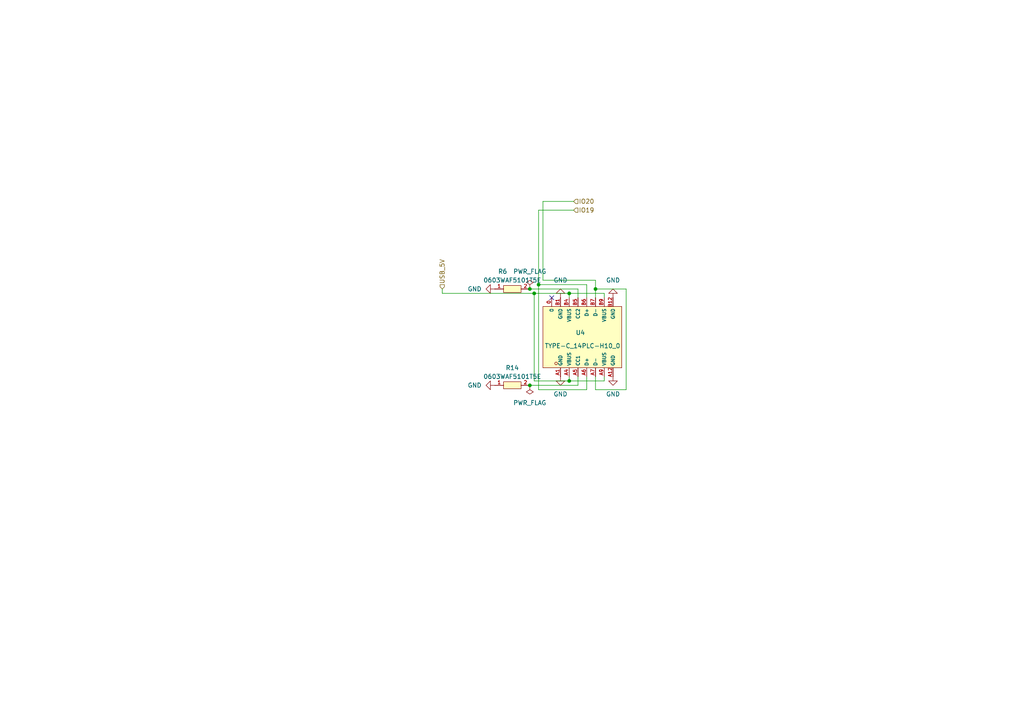
<source format=kicad_sch>
(kicad_sch (version 20231120) (generator "eeschema") (generator_version "8.0")
  (paper "A4")
  (lib_symbols
    (symbol "GND_1" (power) (pin_numbers hide) (pin_names (offset 0) hide)
      (property "Value" "GND" (at 0 -3.81 0))
      (symbol "GND_1_0_1"
        (polyline (pts (xy 0 0) (xy 0 -1.27) (xy 1.27 -1.27) (xy 0 -2.54) (xy -1.27 -1.27) (xy 0 -1.27)))
      )
      (symbol "GND_1_1_1"
        (pin power_in line (at 0 0 270) (length 0) (name "~") (number "1"))
      )
    )
    (symbol "polaris-sym:0603WAF5101T5E" (pin_names hide)
      (property "Reference" "R" (at 0 1.27 0))
      (property "Value" "0603WAF5101T5E" (at 0 -2.54 0))
      (symbol "0603WAF5101T5E_0_1"
        (rectangle (start -2.54 1.016) (end 2.54 -1.016) (fill (type background)))
        (pin input line (at -5.08 0 0) (length 2.54) (name "1") (number "1"))
        (pin input line (at 5.08 0 180) (length 2.54) (name "2") (number "2"))
      )
    )
    (symbol "polaris-sym:TYPE-C_14PLC-H10_0"
      (property "Reference" "U" (at 0 1.27 0))
      (property "Value" "TYPE-C_14PLC-H10_0" (at 0 -2.54 0))
      (symbol "TYPE-C_14PLC-H10_0_0_1"
        (rectangle (start -8.89 11.43) (end 8.89 -11.43) (fill (type background)))
        (circle (center -7.62 7.62) (radius 0.381) (fill (type background)))
        (pin unspecified line (at 11.43 8.89 180) (length 2.54) (name "0") (number "0"))
        (pin unspecified line (at -11.43 6.35 0) (length 2.54) (name "GND") (number "A1"))
        (pin unspecified line (at -11.43 -8.89 0) (length 2.54) (name "GND") (number "A12"))
        (pin unspecified line (at -11.43 3.81 0) (length 2.54) (name "VBUS") (number "A4"))
        (pin unspecified line (at -11.43 1.27 0) (length 2.54) (name "CC1") (number "A5"))
        (pin unspecified line (at -11.43 -1.27 0) (length 2.54) (name "D+") (number "A6"))
        (pin unspecified line (at -11.43 -3.81 0) (length 2.54) (name "D-") (number "A7"))
        (pin unspecified line (at -11.43 -6.35 0) (length 2.54) (name "VBUS") (number "A9"))
        (pin unspecified line (at 11.43 6.35 180) (length 2.54) (name "GND") (number "B1"))
        (pin unspecified line (at 11.43 -8.89 180) (length 2.54) (name "GND") (number "B12"))
        (pin unspecified line (at 11.43 3.81 180) (length 2.54) (name "VBUS") (number "B4"))
        (pin unspecified line (at 11.43 1.27 180) (length 2.54) (name "CC2") (number "B5"))
        (pin unspecified line (at 11.43 -1.27 180) (length 2.54) (name "D+") (number "B6"))
        (pin unspecified line (at 11.43 -3.81 180) (length 2.54) (name "D-") (number "B7"))
        (pin unspecified line (at 11.43 -6.35 180) (length 2.54) (name "VBUS") (number "B9"))
      )
    )
    (symbol "power:PWR_FLAG" (power) (pin_numbers hide) (pin_names (offset 0) hide)
      (property "Value" "PWR_FLAG" (at 0 3.81 0))
      (symbol "PWR_FLAG_0_0"
        (pin power_out line (at 0 0 90) (length 0) (name "~") (number "1"))
      )
      (symbol "PWR_FLAG_0_1"
        (polyline (pts (xy 0 0) (xy 0 1.27) (xy -1.016 1.905) (xy 0 2.54) (xy 1.016 1.905) (xy 0 1.27)))
      )
    )
  )
  (junction (at 172.72 83.82))
  (junction (at 156.21 82.55))
  (junction (at 165.1 85.09))
  (junction (at 165.1 110.49))
  (junction (at 154.94 85.09))
  (junction (at 153.67 111.76))
  (junction (at 153.67 83.82))
  (no_connect (at 160.02 86.36))
  (wire (pts (xy 154.94 85.09) (xy 165.1 85.09)))
  (wire (pts (xy 170.18 113.03) (xy 170.18 109.22)))
  (wire (pts (xy 165.1 110.49) (xy 175.26 110.49)))
  (wire (pts (xy 154.94 110.49) (xy 154.94 85.09)))
  (wire (pts (xy 165.1 109.22) (xy 165.1 110.49)))
  (wire (pts (xy 170.18 86.36) (xy 170.18 82.55)))
  (wire (pts (xy 128.27 83.82) (xy 128.27 85.09)))
  (wire (pts (xy 172.72 81.28) (xy 172.72 83.82)))
  (wire (pts (xy 157.48 81.28) (xy 172.72 81.28)))
  (wire (pts (xy 172.72 109.22) (xy 172.72 113.03)))
  (wire (pts (xy 157.48 58.42) (xy 166.37 58.42)))
  (wire (pts (xy 156.21 82.55) (xy 156.21 113.03)))
  (wire (pts (xy 156.21 60.96) (xy 156.21 82.55)))
  (wire (pts (xy 156.21 60.96) (xy 166.37 60.96)))
  (wire (pts (xy 170.18 82.55) (xy 156.21 82.55)))
  (wire (pts (xy 181.61 83.82) (xy 172.72 83.82)))
  (wire (pts (xy 153.67 111.76) (xy 167.64 111.76)))
  (wire (pts (xy 175.26 110.49) (xy 175.26 109.22)))
  (wire (pts (xy 157.48 58.42) (xy 157.48 81.28)))
  (wire (pts (xy 165.1 110.49) (xy 154.94 110.49)))
  (wire (pts (xy 181.61 113.03) (xy 181.61 83.82)))
  (wire (pts (xy 165.1 85.09) (xy 165.1 86.36)))
  (wire (pts (xy 167.64 83.82) (xy 167.64 86.36)))
  (wire (pts (xy 156.21 113.03) (xy 170.18 113.03)))
  (wire (pts (xy 172.72 113.03) (xy 181.61 113.03)))
  (wire (pts (xy 172.72 83.82) (xy 172.72 86.36)))
  (wire (pts (xy 175.26 85.09) (xy 165.1 85.09)))
  (wire (pts (xy 175.26 86.36) (xy 175.26 85.09)))
  (wire (pts (xy 153.67 83.82) (xy 167.64 83.82)))
  (wire (pts (xy 167.64 111.76) (xy 167.64 109.22)))
  (wire (pts (xy 128.27 85.09) (xy 154.94 85.09)))
  (hierarchical_label "IO20" (shape input) (at 166.37 58.42 0))
  (hierarchical_label "USB_5V" (shape input) (at 128.27 83.82 90))
  (hierarchical_label "IO19" (shape input) (at 166.37 60.96 0))
  (symbol (lib_name "GND_1") (lib_id "power:GND") (at 177.8 109.22 0) (unit 1)
    (property "Reference" "#PWR055" (effects (hide yes)))
    (property "Value" "GND" (at 177.8 114.3 0))
    (property "Description" "Power symbol creates a global label with name \"GND\" , ground" (effects (hide yes)))
  )
  (symbol (lib_name "GND_1") (lib_id "power:GND") (at 143.51 111.76 270) (unit 1)
    (property "Reference" "#PWR049" (effects (hide yes)))
    (property "Value" "GND" (at 139.7 111.7599 90) (effects (justify right)))
    (property "Description" "Power symbol creates a global label with name \"GND\" , ground" (effects (hide yes)))
  )
  (symbol (lib_id "polaris-sym:TYPE-C_14PLC-H10_0") (at 168.91 97.79 90) (unit 1)
    (property "Reference" "U4" (at 166.955 96.4835 90) (effects (justify right)))
    (property "Value" "TYPE-C_14PLC-H10_0" (at 157.9628 100.3229 90) (effects (justify right)))
    (property "Footprint" "polaris-fp:USB-C-TH_SHOUHAN_TYPE-C-14PLC-H10.0" (effects (hide yes)))
    (property "Datasheet" "https://atta.szlcsc.com/upload/public/pdf/source/20220627/CFB3153B5198106DD3F3B6B367CF40F3.pdf" (effects (hide yes)))
    (property "LCSC" "C3151746" (effects (hide yes)))
  )
  (symbol (lib_id "power:PWR_FLAG") (at 153.67 111.76 180) (unit 1)
    (property "Reference" "#FLG04" (effects (hide yes)))
    (property "Value" "PWR_FLAG" (at 153.67 116.84 0))
    (property "Description" "Special symbol for telling ERC where power comes from" (effects (hide yes)))
  )
  (symbol (lib_name "GND_1") (lib_id "power:GND") (at 162.56 86.36 180) (unit 1)
    (property "Reference" "#PWR052" (effects (hide yes)))
    (property "Value" "GND" (at 162.56 81.28 0))
    (property "Description" "Power symbol creates a global label with name \"GND\" , ground" (effects (hide yes)))
  )
  (symbol (lib_id "power:PWR_FLAG") (at 153.67 83.82 0) (unit 1)
    (property "Reference" "#FLG03" (effects (hide yes)))
    (property "Value" "PWR_FLAG" (at 153.67 78.74 0))
    (property "Description" "Special symbol for telling ERC where power comes from" (effects (hide yes)))
  )
  (symbol (lib_id "polaris-sym:0603WAF5101T5E") (at 148.59 83.82 0) (unit 1)
    (property "Reference" "R6" (at 145.796 78.74 0))
    (property "Value" "0603WAF5101T5E" (at 148.59 81.28 0))
    (property "Footprint" "polaris-fp:R0603" (effects (hide yes)))
    (property "Datasheet" "https://www.mouser.in/datasheet/2/447/PYu_RT_1_to_0_01_RoHS_L_11-1669912.pdf" (effects (hide yes)))
    (property "LCSC" "C23186" (effects (hide yes)))
    (property "Resistance" "5.1kΩ" (effects (hide yes)))
  )
  (symbol (lib_name "GND_1") (lib_id "power:GND") (at 162.56 109.22 0) (unit 1)
    (property "Reference" "#PWR053" (effects (hide yes)))
    (property "Value" "GND" (at 162.56 114.3 0))
    (property "Description" "Power symbol creates a global label with name \"GND\" , ground" (effects (hide yes)))
  )
  (symbol (lib_name "GND_1") (lib_id "power:GND") (at 143.51 83.82 270) (unit 1)
    (property "Reference" "#PWR048" (effects (hide yes)))
    (property "Value" "GND" (at 139.7 83.8199 90) (effects (justify right)))
    (property "Description" "Power symbol creates a global label with name \"GND\" , ground" (effects (hide yes)))
  )
  (symbol (lib_name "GND_1") (lib_id "power:GND") (at 177.8 86.36 180) (unit 1)
    (property "Reference" "#PWR054" (effects (hide yes)))
    (property "Value" "GND" (at 177.8 81.28 0))
    (property "Description" "Power symbol creates a global label with name \"GND\" , ground" (effects (hide yes)))
  )
  (symbol (lib_id "polaris-sym:0603WAF5101T5E") (at 148.59 111.76 0) (unit 1)
    (property "Reference" "R14" (at 148.59 106.68 0))
    (property "Value" "0603WAF5101T5E" (at 148.59 109.22 0))
    (property "Footprint" "polaris-fp:R0603" (effects (hide yes)))
    (property "Datasheet" "https://www.mouser.in/datasheet/2/447/PYu_RT_1_to_0_01_RoHS_L_11-1669912.pdf" (effects (hide yes)))
    (property "LCSC" "C23186" (effects (hide yes)))
    (property "Resistance" "5.1kΩ" (effects (hide yes)))
  )
)
</source>
